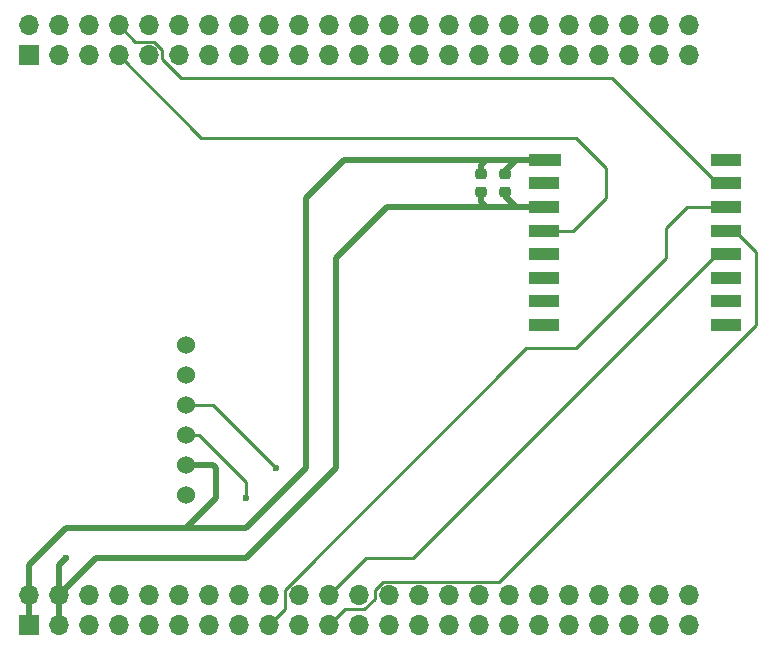
<source format=gbr>
%TF.GenerationSoftware,KiCad,Pcbnew,7.0.9*%
%TF.CreationDate,2024-01-08T22:22:32+01:00*%
%TF.ProjectId,BeaglebonePCBma_yC,42656167-6c65-4626-9f6e-655043426d61,rev?*%
%TF.SameCoordinates,Original*%
%TF.FileFunction,Copper,L1,Top*%
%TF.FilePolarity,Positive*%
%FSLAX46Y46*%
G04 Gerber Fmt 4.6, Leading zero omitted, Abs format (unit mm)*
G04 Created by KiCad (PCBNEW 7.0.9) date 2024-01-08 22:22:32*
%MOMM*%
%LPD*%
G01*
G04 APERTURE LIST*
G04 Aperture macros list*
%AMRoundRect*
0 Rectangle with rounded corners*
0 $1 Rounding radius*
0 $2 $3 $4 $5 $6 $7 $8 $9 X,Y pos of 4 corners*
0 Add a 4 corners polygon primitive as box body*
4,1,4,$2,$3,$4,$5,$6,$7,$8,$9,$2,$3,0*
0 Add four circle primitives for the rounded corners*
1,1,$1+$1,$2,$3*
1,1,$1+$1,$4,$5*
1,1,$1+$1,$6,$7*
1,1,$1+$1,$8,$9*
0 Add four rect primitives between the rounded corners*
20,1,$1+$1,$2,$3,$4,$5,0*
20,1,$1+$1,$4,$5,$6,$7,0*
20,1,$1+$1,$6,$7,$8,$9,0*
20,1,$1+$1,$8,$9,$2,$3,0*%
G04 Aperture macros list end*
%TA.AperFunction,SMDPad,CuDef*%
%ADD10R,2.800000X1.100000*%
%TD*%
%TA.AperFunction,SMDPad,CuDef*%
%ADD11R,2.600000X1.100000*%
%TD*%
%TA.AperFunction,ComponentPad*%
%ADD12R,1.700000X1.700000*%
%TD*%
%TA.AperFunction,ComponentPad*%
%ADD13O,1.700000X1.700000*%
%TD*%
%TA.AperFunction,SMDPad,CuDef*%
%ADD14RoundRect,0.225000X0.250000X-0.225000X0.250000X0.225000X-0.250000X0.225000X-0.250000X-0.225000X0*%
%TD*%
%TA.AperFunction,ComponentPad*%
%ADD15C,1.524000*%
%TD*%
%TA.AperFunction,ViaPad*%
%ADD16C,0.600000*%
%TD*%
%TA.AperFunction,Conductor*%
%ADD17C,0.250000*%
%TD*%
%TA.AperFunction,Conductor*%
%ADD18C,0.500000*%
%TD*%
G04 APERTURE END LIST*
D10*
%TO.P,U1,1,GND*%
%TO.N,GNDD*%
X163440000Y-58660000D03*
D11*
%TO.P,U1,2,GND*%
X163340000Y-60660000D03*
%TO.P,U1,3,3.3V*%
%TO.N,+3V3*%
X163340000Y-62660000D03*
%TO.P,U1,4,RESET*%
%TO.N,/GPIO66*%
X163340000Y-64660000D03*
%TO.P,U1,5,DI00*%
%TO.N,unconnected-(U1-DI00-Pad5)*%
X163340000Y-66660000D03*
%TO.P,U1,6,DI01*%
%TO.N,unconnected-(U1-DI01-Pad6)*%
X163340000Y-68660000D03*
%TO.P,U1,7,DI02*%
%TO.N,unconnected-(U1-DI02-Pad7)*%
X163340000Y-70660000D03*
%TO.P,U1,8,DI03*%
%TO.N,unconnected-(U1-DI03-Pad8)*%
X163340000Y-72660000D03*
%TO.P,U1,9,GND*%
%TO.N,GNDD*%
X178740000Y-72660000D03*
%TO.P,U1,10,DI04*%
%TO.N,unconnected-(U1-DI04-Pad10)*%
X178740000Y-70660000D03*
%TO.P,U1,11,DI05*%
%TO.N,unconnected-(U1-DI05-Pad11)*%
X178740000Y-68660000D03*
%TO.P,U1,12,SCK*%
%TO.N,/GPIO2*%
X178740000Y-66660000D03*
%TO.P,U1,13,MISO*%
%TO.N,/GPIO3*%
X178740000Y-64660000D03*
%TO.P,U1,14,MOSI*%
%TO.N,/GPIO4*%
X178740000Y-62660000D03*
%TO.P,U1,15,NSS*%
%TO.N,/GPIO67*%
X178740000Y-60660000D03*
%TO.P,U1,16,GND*%
%TO.N,GNDD*%
X178740000Y-58660000D03*
%TD*%
D12*
%TO.P,P8,1,Pin_1*%
%TO.N,GNDD*%
X119685000Y-49835000D03*
D13*
%TO.P,P8,2,Pin_2*%
X119685000Y-47295000D03*
%TO.P,P8,3,Pin_3*%
%TO.N,/MMC1.DAT6*%
X122225000Y-49835000D03*
%TO.P,P8,4,Pin_4*%
%TO.N,/MMC1.DAT7*%
X122225000Y-47295000D03*
%TO.P,P8,5,Pin_5*%
%TO.N,/MMC1.DAT2*%
X124765000Y-49835000D03*
%TO.P,P8,6,Pin_6*%
%TO.N,/MMC1.DAT3*%
X124765000Y-47295000D03*
%TO.P,P8,7,Pin_7*%
%TO.N,/GPIO66*%
X127305000Y-49835000D03*
%TO.P,P8,8,Pin_8*%
%TO.N,/GPIO67*%
X127305000Y-47295000D03*
%TO.P,P8,9,Pin_9*%
%TO.N,/GPIO69*%
X129845000Y-49835000D03*
%TO.P,P8,10,Pin_10*%
%TO.N,/GPIO68*%
X129845000Y-47295000D03*
%TO.P,P8,11,Pin_11*%
%TO.N,/GPIO45*%
X132385000Y-49835000D03*
%TO.P,P8,12,Pin_12*%
%TO.N,/GPIO44*%
X132385000Y-47295000D03*
%TO.P,P8,13,Pin_13*%
%TO.N,/GPIO23*%
X134925000Y-49835000D03*
%TO.P,P8,14,Pin_14*%
%TO.N,/GPIO26*%
X134925000Y-47295000D03*
%TO.P,P8,15,Pin_15*%
%TO.N,/GPIO47*%
X137465000Y-49835000D03*
%TO.P,P8,16,Pin_16*%
%TO.N,/GPIO46*%
X137465000Y-47295000D03*
%TO.P,P8,17,Pin_17*%
%TO.N,/GPIO27*%
X140005000Y-49835000D03*
%TO.P,P8,18,Pin_18*%
%TO.N,/GPIO65*%
X140005000Y-47295000D03*
%TO.P,P8,19,Pin_19*%
%TO.N,/GPIO22*%
X142545000Y-49835000D03*
%TO.P,P8,20,Pin_20*%
%TO.N,/MMC1.CMD*%
X142545000Y-47295000D03*
%TO.P,P8,21,Pin_21*%
%TO.N,/MMC1.CLK*%
X145085000Y-49835000D03*
%TO.P,P8,22,Pin_22*%
%TO.N,/MMC1.DAT5*%
X145085000Y-47295000D03*
%TO.P,P8,23,Pin_23*%
%TO.N,/MMC1.DAT4*%
X147625000Y-49835000D03*
%TO.P,P8,24,Pin_24*%
%TO.N,/MMC1.DAT1*%
X147625000Y-47295000D03*
%TO.P,P8,25,Pin_25*%
%TO.N,/MMC1.DAT0*%
X150165000Y-49835000D03*
%TO.P,P8,26,Pin_26*%
%TO.N,/LCD.PCLK*%
X150165000Y-47295000D03*
%TO.P,P8,27,Pin_27*%
%TO.N,/LCD.VSYNC*%
X152705000Y-49835000D03*
%TO.P,P8,28,Pin_28*%
%TO.N,/GPIO61*%
X152705000Y-47295000D03*
%TO.P,P8,29,Pin_29*%
%TO.N,/LCD.HSYNC*%
X155245000Y-49835000D03*
%TO.P,P8,30,Pin_30*%
%TO.N,/LCD.AC_BIAS_E*%
X155245000Y-47295000D03*
%TO.P,P8,31,Pin_31*%
%TO.N,/LCD.DATA14*%
X157785000Y-49835000D03*
%TO.P,P8,32,Pin_32*%
%TO.N,/LCD.DATA15*%
X157785000Y-47295000D03*
%TO.P,P8,33,Pin_33*%
%TO.N,/LCD.DATA13*%
X160325000Y-49835000D03*
%TO.P,P8,34,Pin_34*%
%TO.N,/LCD.DATA11*%
X160325000Y-47295000D03*
%TO.P,P8,35,Pin_35*%
%TO.N,/LCD.DATA8*%
X162865000Y-49835000D03*
%TO.P,P8,36,Pin_36*%
%TO.N,/LCD.DATA10*%
X162865000Y-47295000D03*
%TO.P,P8,37,Pin_37*%
%TO.N,/LCD.DATA6*%
X165405000Y-49835000D03*
%TO.P,P8,38,Pin_38*%
%TO.N,/LCD.DATA9*%
X165405000Y-47295000D03*
%TO.P,P8,39,Pin_39*%
%TO.N,/LCD.DATA4*%
X167945000Y-49835000D03*
%TO.P,P8,40,Pin_40*%
%TO.N,/LCD.DATA7*%
X167945000Y-47295000D03*
%TO.P,P8,41,Pin_41*%
%TO.N,/LCD.DATA2*%
X170485000Y-49835000D03*
%TO.P,P8,42,Pin_42*%
%TO.N,/LCD.DATA5*%
X170485000Y-47295000D03*
%TO.P,P8,43,Pin_43*%
%TO.N,/LCD.DATA0*%
X173025000Y-49835000D03*
%TO.P,P8,44,Pin_44*%
%TO.N,/LCD.DATA3*%
X173025000Y-47295000D03*
%TO.P,P8,45,Pin_45*%
%TO.N,GNDD*%
X175565000Y-49835000D03*
%TO.P,P8,46,Pin_46*%
%TO.N,/LCD.DATA1*%
X175565000Y-47295000D03*
%TD*%
D12*
%TO.P,P9,1,Pin_1*%
%TO.N,GNDD*%
X119685000Y-98095000D03*
D13*
%TO.P,P9,2,Pin_2*%
X119685000Y-95555000D03*
%TO.P,P9,3,Pin_3*%
%TO.N,+3V3*%
X122225000Y-98095000D03*
%TO.P,P9,4,Pin_4*%
X122225000Y-95555000D03*
%TO.P,P9,5,Pin_5*%
%TO.N,+5V*%
X124765000Y-98095000D03*
%TO.P,P9,6,Pin_6*%
X124765000Y-95555000D03*
%TO.P,P9,7,Pin_7*%
%TO.N,VBUS*%
X127305000Y-98095000D03*
%TO.P,P9,8,Pin_8*%
X127305000Y-95555000D03*
%TO.P,P9,9,Pin_9*%
%TO.N,/PWR_BUT*%
X129845000Y-98095000D03*
%TO.P,P9,10,Pin_10*%
%TO.N,/~{SYS_RESET}*%
X129845000Y-95555000D03*
%TO.P,P9,11,Pin_11*%
%TO.N,/GPIO30*%
X132385000Y-98095000D03*
%TO.P,P9,12,Pin_12*%
%TO.N,/GPIO60*%
X132385000Y-95555000D03*
%TO.P,P9,13,Pin_13*%
%TO.N,/GPIO31*%
X134925000Y-98095000D03*
%TO.P,P9,14,Pin_14*%
%TO.N,/GPIO40*%
X134925000Y-95555000D03*
%TO.P,P9,15,Pin_15*%
%TO.N,/GPIO48*%
X137465000Y-98095000D03*
%TO.P,P9,16,Pin_16*%
%TO.N,/GPIO51*%
X137465000Y-95555000D03*
%TO.P,P9,17,Pin_17*%
%TO.N,/GPIO4*%
X140005000Y-98095000D03*
%TO.P,P9,18,Pin_18*%
%TO.N,/GPIO5*%
X140005000Y-95555000D03*
%TO.P,P9,19,Pin_19*%
%TO.N,/I2C2.SCL*%
X142545000Y-98095000D03*
%TO.P,P9,20,Pin_20*%
%TO.N,/I2C2.SDA*%
X142545000Y-95555000D03*
%TO.P,P9,21,Pin_21*%
%TO.N,/GPIO3*%
X145085000Y-98095000D03*
%TO.P,P9,22,Pin_22*%
%TO.N,/GPIO2*%
X145085000Y-95555000D03*
%TO.P,P9,23,Pin_23*%
%TO.N,/GPIO49*%
X147625000Y-98095000D03*
%TO.P,P9,24,Pin_24*%
%TO.N,/GPIO15*%
X147625000Y-95555000D03*
%TO.P,P9,25,Pin_25*%
%TO.N,/GPIO117*%
X150165000Y-98095000D03*
%TO.P,P9,26,Pin_26*%
%TO.N,/GPIO14*%
X150165000Y-95555000D03*
%TO.P,P9,27,Pin_27*%
%TO.N,/GPIO125*%
X152705000Y-98095000D03*
%TO.P,P9,28,Pin_28*%
%TO.N,/SPI1.CS0*%
X152705000Y-95555000D03*
%TO.P,P9,29,Pin_29*%
%TO.N,/SPI1.D0*%
X155245000Y-98095000D03*
%TO.P,P9,30,Pin_30*%
%TO.N,/GPIO122*%
X155245000Y-95555000D03*
%TO.P,P9,31,Pin_31*%
%TO.N,/SPI1.SCLK*%
X157785000Y-98095000D03*
%TO.P,P9,32,Pin_32*%
%TO.N,+1V8*%
X157785000Y-95555000D03*
%TO.P,P9,33,Pin_33*%
%TO.N,/AIN4*%
X160325000Y-98095000D03*
%TO.P,P9,34,Pin_34*%
%TO.N,GNDA*%
X160325000Y-95555000D03*
%TO.P,P9,35,Pin_35*%
%TO.N,/AIN6*%
X162865000Y-98095000D03*
%TO.P,P9,36,Pin_36*%
%TO.N,/AIN5*%
X162865000Y-95555000D03*
%TO.P,P9,37,Pin_37*%
%TO.N,/AIN2*%
X165405000Y-98095000D03*
%TO.P,P9,38,Pin_38*%
%TO.N,/AIN3*%
X165405000Y-95555000D03*
%TO.P,P9,39,Pin_39*%
%TO.N,/AIN0*%
X167945000Y-98095000D03*
%TO.P,P9,40,Pin_40*%
%TO.N,/AIN1*%
X167945000Y-95555000D03*
%TO.P,P9,41,Pin_41*%
%TO.N,/GPIO20*%
X170485000Y-98095000D03*
%TO.P,P9,42,Pin_42*%
%TO.N,/GPIO7*%
X170485000Y-95555000D03*
%TO.P,P9,43,Pin_43*%
%TO.N,GNDD*%
X173025000Y-98095000D03*
%TO.P,P9,44,Pin_44*%
X173025000Y-95555000D03*
%TO.P,P9,45,Pin_45*%
X175565000Y-98095000D03*
%TO.P,P9,46,Pin_46*%
X175565000Y-95555000D03*
%TD*%
D14*
%TO.P,C1,2*%
%TO.N,GNDD*%
X160000000Y-59855000D03*
%TO.P,C1,1*%
%TO.N,+3V3*%
X160000000Y-61405000D03*
%TD*%
%TO.P,C2,2*%
%TO.N,GNDD*%
X158000000Y-59855000D03*
%TO.P,C2,1*%
%TO.N,+3V3*%
X158000000Y-61405000D03*
%TD*%
D15*
%TO.P,U2,1,VCC*%
%TO.N,+3V3*%
X133020000Y-87046000D03*
%TO.P,U2,2,GND*%
%TO.N,GNDD*%
X133020000Y-84506000D03*
%TO.P,U2,3,SCL*%
%TO.N,/I2C2.SCL*%
X133020000Y-81966000D03*
%TO.P,U2,4,SDA*%
%TO.N,/I2C2.SDA*%
X133020000Y-79426000D03*
%TO.P,U2,5,CSB*%
%TO.N,unconnected-(U2-CSB-Pad5)*%
X133020000Y-76886000D03*
%TO.P,U2,6,SDO*%
%TO.N,+3V3*%
X133020000Y-74346000D03*
%TD*%
D16*
%TO.N,/I2C2.SDA*%
X140640000Y-84760000D03*
%TO.N,/I2C2.SCL*%
X138100000Y-87300000D03*
%TO.N,+3V3*%
X122860000Y-92380000D03*
%TD*%
D17*
%TO.N,/GPIO3*%
X146450000Y-96730000D02*
X145085000Y-98095000D01*
X148111701Y-96730000D02*
X146450000Y-96730000D01*
X148990000Y-95851701D02*
X148111701Y-96730000D01*
X148990000Y-95068299D02*
X148990000Y-95851701D01*
X159520000Y-94380000D02*
X149678299Y-94380000D01*
X181280000Y-72620000D02*
X159520000Y-94380000D01*
X149678299Y-94380000D02*
X148990000Y-95068299D01*
X181280000Y-66450000D02*
X181280000Y-72620000D01*
X179490000Y-64660000D02*
X181280000Y-66450000D01*
X178740000Y-64660000D02*
X179490000Y-64660000D01*
%TO.N,/GPIO2*%
X148260000Y-92380000D02*
X145085000Y-95555000D01*
X152270000Y-92380000D02*
X148260000Y-92380000D01*
X177990000Y-66660000D02*
X152270000Y-92380000D01*
X178740000Y-66660000D02*
X177990000Y-66660000D01*
%TO.N,/GPIO4*%
X166040000Y-74600000D02*
X173660000Y-66980000D01*
X161838299Y-74600000D02*
X166040000Y-74600000D01*
X173660000Y-64440000D02*
X175440000Y-62660000D01*
X175440000Y-62660000D02*
X178740000Y-62660000D01*
X141370000Y-95068299D02*
X161838299Y-74600000D01*
X173660000Y-66980000D02*
X173660000Y-64440000D01*
X141370000Y-96730000D02*
X141370000Y-95068299D01*
X140005000Y-98095000D02*
X141370000Y-96730000D01*
%TO.N,/GPIO67*%
X128670000Y-48660000D02*
X127305000Y-47295000D01*
X130331701Y-48660000D02*
X128670000Y-48660000D01*
X131020000Y-49348299D02*
X130331701Y-48660000D01*
X131020000Y-50131701D02*
X131020000Y-49348299D01*
X132628299Y-51740000D02*
X131020000Y-50131701D01*
X169070000Y-51740000D02*
X132628299Y-51740000D01*
X177990000Y-60660000D02*
X169070000Y-51740000D01*
X178740000Y-60660000D02*
X177990000Y-60660000D01*
%TO.N,/GPIO66*%
X134290000Y-56820000D02*
X127305000Y-49835000D01*
X166040000Y-56820000D02*
X134290000Y-56820000D01*
X168580000Y-61900000D02*
X168580000Y-59360000D01*
X168580000Y-59360000D02*
X166040000Y-56820000D01*
X165820000Y-64660000D02*
X168580000Y-61900000D01*
X163340000Y-64660000D02*
X165820000Y-64660000D01*
%TO.N,/I2C2.SDA*%
X135306000Y-79426000D02*
X140640000Y-84760000D01*
X133020000Y-79426000D02*
X135306000Y-79426000D01*
%TO.N,/I2C2.SCL*%
X138100000Y-85968370D02*
X138100000Y-87300000D01*
X134097630Y-81966000D02*
X138100000Y-85968370D01*
X133020000Y-81966000D02*
X134097630Y-81966000D01*
D18*
%TO.N,GNDD*%
X135560000Y-84760000D02*
X135560000Y-87300000D01*
X135306000Y-84506000D02*
X135560000Y-84760000D01*
X135560000Y-87300000D02*
X133020000Y-89840000D01*
X133020000Y-84506000D02*
X135306000Y-84506000D01*
X133020000Y-89840000D02*
X122860000Y-89840000D01*
X138100000Y-89840000D02*
X133020000Y-89840000D01*
%TO.N,+3V3*%
X122225000Y-93015000D02*
X122860000Y-92380000D01*
X122225000Y-95555000D02*
X122225000Y-93015000D01*
%TO.N,GNDD*%
X143180000Y-82220000D02*
X143180000Y-84760000D01*
X143180000Y-61900000D02*
X143180000Y-82220000D01*
%TO.N,+3V3*%
X122225000Y-95555000D02*
X122225000Y-98095000D01*
X138100000Y-92380000D02*
X125400000Y-92380000D01*
X145720000Y-84760000D02*
X138100000Y-92380000D01*
X145720000Y-69520000D02*
X145720000Y-84760000D01*
X125400000Y-92380000D02*
X122225000Y-95555000D01*
%TO.N,GNDD*%
X122860000Y-89840000D02*
X119685000Y-93015000D01*
X119685000Y-93015000D02*
X119685000Y-98095000D01*
X143180000Y-84760000D02*
X138100000Y-89840000D01*
X146420000Y-58660000D02*
X143180000Y-61900000D01*
X158420000Y-58660000D02*
X146420000Y-58660000D01*
X160000000Y-59855000D02*
X160000000Y-59620000D01*
X160000000Y-59620000D02*
X160960000Y-58660000D01*
X160960000Y-58660000D02*
X158420000Y-58660000D01*
X163440000Y-58660000D02*
X160960000Y-58660000D01*
X158000000Y-59855000D02*
X158000000Y-59080000D01*
X158000000Y-59080000D02*
X158420000Y-58660000D01*
%TO.N,+3V3*%
X158000000Y-62240000D02*
X158420000Y-62660000D01*
X158000000Y-61405000D02*
X158000000Y-62240000D01*
X158420000Y-62660000D02*
X150040000Y-62660000D01*
X160960000Y-62660000D02*
X158420000Y-62660000D01*
X160000000Y-61700000D02*
X160960000Y-62660000D01*
X160000000Y-61405000D02*
X160000000Y-61700000D01*
X163340000Y-62660000D02*
X160960000Y-62660000D01*
X145720000Y-66980000D02*
X145720000Y-69520000D01*
X150040000Y-62660000D02*
X145720000Y-66980000D01*
%TD*%
M02*

</source>
